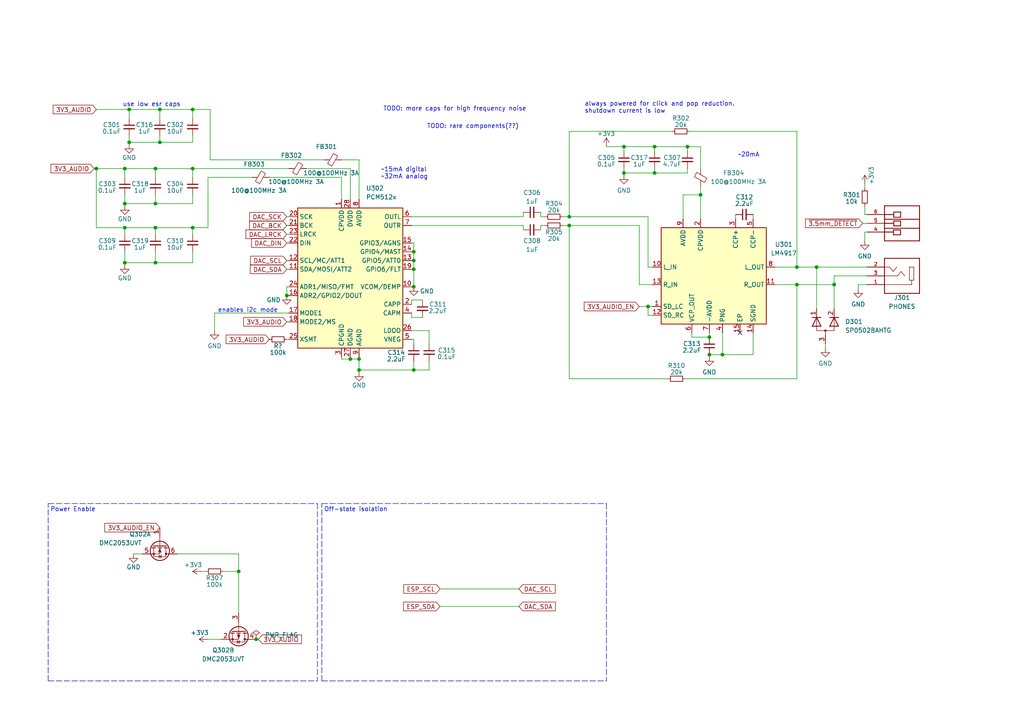
<source format=kicad_sch>
(kicad_sch (version 20211123) (generator eeschema)
  (paper "A4")
  (title_block (date "2022-09-04") (rev "1"))
  (lib_symbols
    (symbol "Audio:PCM5121PW"
      (property "Reference" "U" (at -13.97 21.59 0))
      (property "Value" "PCM5121PW" (at 10.16 21.59 0))
      (symbol "PCM5121PW_0_1"
        (rectangle (start -15.24 20.32) (end 15.24 -20.32) (stroke (width 0.254)) (fill (type background)))
      )
      (symbol "PCM5121PW_1_1"
        (pin power_in line (at -2.54 22.86 270) (length 2.54) (name "CPVDD") (number "1"))
        (pin bidirectional line (at 17.78 -2.54 180) (length 2.54) (name "VCOM/DEMP") (number "10"))
        (pin bidirectional line (at -17.78 2.54 0) (length 2.54) (name "SDA/MOSI/ATT2") (number "11"))
        (pin input line (at -17.78 5.08 0) (length 2.54) (name "SCL/MC/ATT1") (number "12"))
        (pin bidirectional line (at 17.78 5.08 180) (length 2.54) (name "GPIO5/ATT0") (number "13"))
        (pin bidirectional line (at 17.78 7.62 180) (length 2.54) (name "GPIO4/MAST") (number "14"))
        (pin bidirectional line (at 17.78 10.16 180) (length 2.54) (name "GPIO3/AGNS") (number "15"))
        (pin bidirectional line (at -17.78 -5.08 0) (length 2.54) (name "ADR2/GPIO2/DOUT") (number "16"))
        (pin input line (at -17.78 -10.16 0) (length 2.54) (name "MODE1") (number "17"))
        (pin input line (at -17.78 -12.7 0) (length 2.54) (name "MODE2/MS") (number "18"))
        (pin bidirectional line (at 17.78 2.54 180) (length 2.54) (name "GPIO6/FLT") (number "19"))
        (pin passive line (at 17.78 -7.62 180) (length 2.54) (name "CAPP") (number "2"))
        (pin input line (at -17.78 17.78 0) (length 2.54) (name "SCK") (number "20"))
        (pin bidirectional line (at -17.78 15.24 0) (length 2.54) (name "BCK") (number "21"))
        (pin input line (at -17.78 10.16 0) (length 2.54) (name "DIN") (number "22"))
        (pin bidirectional line (at -17.78 12.7 0) (length 2.54) (name "LRCK") (number "23"))
        (pin bidirectional line (at -17.78 -2.54 0) (length 2.54) (name "ADR1/MISO/FMT") (number "24"))
        (pin input line (at -17.78 -17.78 0) (length 2.54) (name "XSMT") (number "25"))
        (pin passive line (at 17.78 -15.24 180) (length 2.54) (name "LDOO") (number "26"))
        (pin power_in line (at 0 -22.86 90) (length 2.54) (name "DGND") (number "27"))
        (pin power_in line (at 0 22.86 270) (length 2.54) (name "DVDD") (number "28"))
        (pin power_in line (at -2.54 -22.86 90) (length 2.54) (name "CPGND") (number "3"))
        (pin passive line (at 17.78 -10.16 180) (length 2.54) (name "CAPM") (number "4"))
        (pin passive line (at 17.78 -17.78 180) (length 2.54) (name "VNEG") (number "5"))
        (pin output line (at 17.78 17.78 180) (length 2.54) (name "OUTL") (number "6"))
        (pin output line (at 17.78 15.24 180) (length 2.54) (name "OUTR") (number "7"))
        (pin power_in line (at 2.54 22.86 270) (length 2.54) (name "AVDD") (number "8"))
        (pin power_in line (at 2.54 -22.86 90) (length 2.54) (name "AGND") (number "9"))
      )
    )
    (symbol "Device:C_Small" (pin_numbers hide) (pin_names (offset 0.254) hide)
      (property "Reference" "C" (at 0.254 1.778 0))
      (property "Value" "C_Small" (at 0.254 -2.032 0))
      (symbol "C_Small_0_1"
        (polyline (pts (xy -1.524 -0.508) (xy 1.524 -0.508)) (stroke (width 0.3302)))
        (polyline (pts (xy -1.524 0.508) (xy 1.524 0.508)) (stroke (width 0.3048)))
      )
      (symbol "C_Small_1_1"
        (pin passive line (at 0 2.54 270) (length 2.032) (name "~") (number "1"))
        (pin passive line (at 0 -2.54 90) (length 2.032) (name "~") (number "2"))
      )
    )
    (symbol "Device:D_Dual_CommonAnode_KKA_Parallel" (pin_names (offset 0.762) hide)
      (property "Reference" "D" (at 0 5.08 0))
      (property "Value" "D_Dual_CommonAnode_KKA_Parallel" (at 0 -5.08 0))
      (symbol "D_Dual_CommonAnode_KKA_Parallel_0_0"
        (polyline (pts (xy 2.54 -3.81) (xy 2.54 -1.27)) (stroke (width 0.254)))
        (polyline (pts (xy 2.54 1.27) (xy 2.54 3.81)) (stroke (width 0.254)))
      )
      (symbol "D_Dual_CommonAnode_KKA_Parallel_0_1"
        (circle (center -1.27 0) (radius 0.254) (fill (type outline)))
        (polyline (pts (xy -1.27 0) (xy -2.54 0)))
        (polyline (pts (xy 2.54 2.54) (xy -1.27 2.54) (xy -1.27 -2.54) (xy 2.54 -2.54)))
        (polyline (pts (xy 0 -1.27) (xy 2.54 -2.54) (xy 0 -3.81) (xy 0 -1.27) (xy 0 -1.27) (xy 0 -1.27)) (stroke (width 0.254)))
        (polyline (pts (xy 0 3.81) (xy 2.54 2.54) (xy 0 1.27) (xy 0 3.81) (xy 0 3.81) (xy 0 3.81)) (stroke (width 0.254)))
        (pin passive line (at 5.08 2.54 180) (length 2.54) (name "K") (number "1"))
        (pin passive line (at 5.08 -2.54 180) (length 2.54) (name "K") (number "2"))
        (pin passive line (at -5.08 0 0) (length 2.54) (name "A") (number "3"))
      )
    )
    (symbol "Device:Ferrite_Bead_Small" (pin_numbers hide) (pin_names (offset 0))
      (property "Reference" "FB" (at 1.905 1.27 0))
      (property "Value" "Device_Ferrite_Bead_Small" (at 1.905 -1.27 0))
      (symbol "Ferrite_Bead_Small_0_1"
        (polyline (pts (xy 0 -1.27) (xy 0 -0.7874)))
        (polyline (pts (xy 0 0.889) (xy 0 1.2954)))
        (polyline (pts (xy -1.8288 0.2794) (xy -1.1176 1.4986) (xy 1.8288 -0.2032) (xy 1.1176 -1.4224) (xy -1.8288 0.2794)))
      )
      (symbol "Ferrite_Bead_Small_1_1"
        (pin passive line (at 0 2.54 270) (length 1.27) (name "~") (number "1"))
        (pin passive line (at 0 -2.54 90) (length 1.27) (name "~") (number "2"))
      )
    )
    (symbol "Device:R_Small" (pin_numbers hide) (pin_names (offset 0.254) hide)
      (property "Reference" "R" (at 0.762 0.508 0))
      (property "Value" "R_Small" (at 0.762 -1.016 0))
      (symbol "R_Small_0_1"
        (rectangle (start -0.762 1.778) (end 0.762 -1.778) (stroke (width 0.2032)))
      )
      (symbol "R_Small_1_1"
        (pin passive line (at 0 2.54 270) (length 0.762) (name "~") (number "1"))
        (pin passive line (at 0 -2.54 90) (length 0.762) (name "~") (number "2"))
      )
    )
    (symbol "Transistor_FET:DMC2053UVT" (pin_names hide)
      (property "Reference" "Q" (at 3.175 1.27 0))
      (property "Value" "DMC2053UVT" (at 3.175 -1.27 0))
      (symbol "DMC2053UVT_0_1"
        (circle (center -0.889 0) (radius 2.794) (stroke (width 0.254)))
        (circle (center 0 -1.778) (radius 0.254) (fill (type outline)))
        (polyline (pts (xy -2.286 0) (xy -5.08 0)))
        (polyline (pts (xy -2.286 1.905) (xy -2.286 -1.905)) (stroke (width 0.254)))
        (polyline (pts (xy -1.778 -1.27) (xy -1.778 -2.286)) (stroke (width 0.254)))
        (polyline (pts (xy -1.778 0.508) (xy -1.778 -0.508)) (stroke (width 0.254)))
        (polyline (pts (xy -1.778 2.286) (xy -1.778 1.27)) (stroke (width 0.254)))
        (polyline (pts (xy 0 2.54) (xy 0 1.778)))
        (polyline (pts (xy 0 -2.54) (xy 0 0) (xy -1.778 0)))
        (polyline (pts (xy -1.778 -1.778) (xy 0.762 -1.778) (xy 0.762 1.778) (xy -1.778 1.778)))
        (circle (center 0 1.778) (radius 0.254) (fill (type outline)))
      )
      (symbol "DMC2053UVT_1_1"
        (polyline (pts (xy -1.524 0) (xy -0.508 0.381) (xy -0.508 -0.381) (xy -1.524 0)) (fill (type outline)))
        (polyline (pts (xy 0.254 0.508) (xy 0.381 0.381) (xy 1.143 0.381) (xy 1.27 0.254)))
        (polyline (pts (xy 0.762 0.381) (xy 0.381 -0.254) (xy 1.143 -0.254) (xy 0.762 0.381)))
        (pin passive line (at -7.62 0 0) (length 2.54) (name "G") (number "1"))
        (pin passive line (at 0 -5.08 90) (length 2.54) (name "S") (number "5"))
        (pin passive line (at 0 5.08 270) (length 2.54) (name "D") (number "6"))
      )
      (symbol "DMC2053UVT_2_1"
        (polyline (pts (xy -0.254 0) (xy -1.27 0.381) (xy -1.27 -0.381) (xy -0.254 0)) (fill (type outline)))
        (polyline (pts (xy 0.254 -0.508) (xy 0.381 -0.381) (xy 1.143 -0.381) (xy 1.27 -0.254)))
        (polyline (pts (xy 0.762 -0.381) (xy 0.381 0.254) (xy 1.143 0.254) (xy 0.762 -0.381)))
        (pin passive line (at 0 -5.08 90) (length 2.54) (name "S") (number "2"))
        (pin passive line (at -7.62 0 0) (length 2.54) (name "G") (number "3"))
        (pin passive line (at 0 5.08 270) (length 2.54) (name "D") (number "4"))
      )
    )
    (symbol "power:+3V3" (power) (pin_names (offset 0))
      (property "Value" "+3V3" (at 0 3.556 0))
      (symbol "+3V3_0_1"
        (polyline (pts (xy -0.762 1.27) (xy 0 2.54)))
        (polyline (pts (xy 0 0) (xy 0 2.54)))
        (polyline (pts (xy 0 2.54) (xy 0.762 1.27)))
      )
      (symbol "+3V3_1_1"
        (pin power_in line (at 0 0 90) (length 0) hide (name "+3V3") (number "1"))
      )
    )
    (symbol "power:GND" (power) (pin_names (offset 0))
      (property "Value" "GND" (at 0 -3.81 0))
      (symbol "GND_0_1"
        (polyline (pts (xy 0 0) (xy 0 -1.27) (xy 1.27 -1.27) (xy 0 -2.54) (xy -1.27 -1.27) (xy 0 -1.27)))
      )
      (symbol "GND_1_1"
        (pin power_in line (at 0 0 270) (length 0) hide (name "GND") (number "1"))
      )
    )
    (symbol "power:PWR_FLAG" (power) (pin_numbers hide) (pin_names (offset 0) hide)
      (property "Value" "PWR_FLAG" (at 0 3.81 0))
      (symbol "PWR_FLAG_0_0"
        (pin power_out line (at 0 0 90) (length 0) (name "pwr") (number "1"))
      )
      (symbol "PWR_FLAG_0_1"
        (polyline (pts (xy 0 0) (xy 0 1.27) (xy -1.016 1.905) (xy 0 2.54) (xy 1.016 1.905) (xy 0 1.27)))
      )
    )
    (symbol "symbols:LM4917"
      (property "Reference" "U" (at 0 0 0))
      (property "Value" "LM4917" (at 0 0 0))
      (symbol "LM4917_0_0"
        (pin input line (at -17.78 -2.54 0) (length 2.54) (name "R_IN") (number "13"))
        (pin power_in line (at 11.43 -16.51 90) (length 2.54) (name "SGND") (number "14"))
        (pin power_in line (at 7.62 -16.51 90) (length 2.54) (name "EP") (number "15"))
        (pin passive line (at 6.35 16.51 270) (length 2.54) (name "CCP+") (number "3"))
      )
      (symbol "LM4917_0_1"
        (rectangle (start -15.24 13.97) (end 15.24 -13.97) (stroke (width 0.254)) (fill (type background)))
      )
      (symbol "LM4917_1_1"
        (pin input line (at -17.78 -8.89 0) (length 2.54) (name "SD_LC") (number "1"))
        (pin input line (at -17.78 2.54 0) (length 2.54) (name "L_IN") (number "10"))
        (pin output line (at 17.78 -2.54 180) (length 2.54) (name "R_OUT") (number "11"))
        (pin input line (at -17.78 -11.43 0) (length 2.54) (name "SD_RC") (number "12"))
        (pin power_in line (at -3.81 16.51 270) (length 2.54) (name "CPVDD") (number "2"))
        (pin power_in line (at 2.54 -16.51 90) (length 2.54) (name "PNG") (number "4"))
        (pin passive line (at 11.43 16.51 270) (length 2.54) (name "CCP-") (number "5"))
        (pin power_in line (at -6.35 -16.51 90) (length 2.54) (name "VCP_OUT") (number "6"))
        (pin power_in line (at -1.27 -16.51 90) (length 2.54) (name "-AVDD") (number "7"))
        (pin output line (at 17.78 2.54 180) (length 2.54) (name "L_OUT") (number "8"))
        (pin power_in line (at -8.89 16.51 270) (length 2.54) (name "AVDD") (number "9"))
      )
    )
    (symbol "symbols:SJ-3566AN" (pin_names (offset 1.016) hide)
      (property "Reference" "J301" (at 0 6.35 0))
      (property "Value" "PHONES" (at 0 8.89 0))
      (symbol "SJ-3566AN_0_0"
        (polyline (pts (xy -5.1054 -13.7922) (xy 5.0038 -13.7922)) (stroke (width 0.254)))
        (polyline (pts (xy -5.08 -20.32) (xy 5.08 -20.32)) (stroke (width 0.254)))
        (polyline (pts (xy -5.08 -10.16) (xy -5.08 -20.32)) (stroke (width 0.254)))
        (polyline (pts (xy -5.08 -5.08) (xy 5.08 -5.08)) (stroke (width 0.254)))
        (polyline (pts (xy -5.08 5.08) (xy -5.08 -5.08)) (stroke (width 0.254)))
        (polyline (pts (xy -3.429 -2.54) (xy -2.159 -2.54)) (stroke (width 0.1524)))
        (polyline (pts (xy -3.429 1.27) (xy -3.429 -2.54)) (stroke (width 0.1524)))
        (polyline (pts (xy -2.794 1.27) (xy -3.429 1.27)) (stroke (width 0.1524)))
        (polyline (pts (xy -2.794 1.27) (xy -2.794 2.54)) (stroke (width 0.1524)))
        (polyline (pts (xy -2.794 2.54) (xy 5.08 2.54)) (stroke (width 0.1524)))
        (polyline (pts (xy -2.159 -2.54) (xy -2.159 1.27)) (stroke (width 0.1524)))
        (polyline (pts (xy -2.159 1.27) (xy -2.794 1.27)) (stroke (width 0.1524)))
        (polyline (pts (xy 0.254 -1.27) (xy -0.762 0)) (stroke (width 0.1524)))
        (polyline (pts (xy 0.4064 -18.4912) (xy 0.4064 -16.9926)) (stroke (width 0.254)))
        (polyline (pts (xy 0.4064 -16.9926) (xy 2.3876 -16.9926)) (stroke (width 0.254)))
        (polyline (pts (xy 0.4064 -15.9004) (xy 0.4064 -14.5034)) (stroke (width 0.254)))
        (polyline (pts (xy 0.4064 -14.5034) (xy 2.3876 -14.5034)) (stroke (width 0.254)))
        (polyline (pts (xy 0.4064 -11.9126) (xy 0.4064 -13.3096)) (stroke (width 0.254)))
        (polyline (pts (xy 0.508 -13.3096) (xy 2.4892 -13.3096)) (stroke (width 0.254)))
        (polyline (pts (xy 1.27 0) (xy 0.254 -1.27)) (stroke (width 0.1524)))
        (polyline (pts (xy 1.524 -2.54) (xy 2.54 -1.27)) (stroke (width 0.1524)))
        (polyline (pts (xy 2.3876 -18.4912) (xy 0.4064 -18.4912)) (stroke (width 0.254)))
        (polyline (pts (xy 2.3876 -16.9926) (xy 2.3876 -18.4912)) (stroke (width 0.254)))
        (polyline (pts (xy 2.3876 -15.9004) (xy 0.4064 -15.9004)) (stroke (width 0.254)))
        (polyline (pts (xy 2.3876 -14.5034) (xy 2.3876 -15.9004)) (stroke (width 0.254)))
        (polyline (pts (xy 2.4892 -13.3096) (xy 2.4892 -11.9126)) (stroke (width 0.254)))
        (polyline (pts (xy 2.4892 -11.9126) (xy 0.508 -11.9126)) (stroke (width 0.254)))
        (polyline (pts (xy 2.54 -1.27) (xy 3.556 -2.54)) (stroke (width 0.1524)))
        (polyline (pts (xy 5.08 -20.32) (xy 5.08 -17.78)) (stroke (width 0.254)))
        (polyline (pts (xy 5.08 -17.78) (xy 2.54 -17.78)) (stroke (width 0.254)))
        (polyline (pts (xy 5.08 -17.78) (xy 5.08 -15.24)) (stroke (width 0.254)))
        (polyline (pts (xy 5.08 -15.24) (xy 2.54 -15.24)) (stroke (width 0.254)))
        (polyline (pts (xy 5.08 -15.24) (xy 5.08 -12.7)) (stroke (width 0.254)))
        (polyline (pts (xy 5.08 -12.7) (xy 2.54 -12.7)) (stroke (width 0.254)))
        (polyline (pts (xy 5.08 -12.7) (xy 5.08 -10.16)) (stroke (width 0.254)))
        (polyline (pts (xy 5.08 -10.16) (xy -5.08 -10.16)) (stroke (width 0.254)))
        (polyline (pts (xy 5.08 -5.08) (xy 5.08 -2.54)) (stroke (width 0.254)))
        (polyline (pts (xy 5.08 -2.54) (xy 3.556 -2.54)) (stroke (width 0.1524)))
        (polyline (pts (xy 5.08 -2.54) (xy 5.08 0)) (stroke (width 0.254)))
        (polyline (pts (xy 5.08 0) (xy 1.27 0)) (stroke (width 0.1524)))
        (polyline (pts (xy 5.08 0) (xy 5.08 2.54)) (stroke (width 0.254)))
        (polyline (pts (xy 5.08 2.54) (xy 5.08 5.08)) (stroke (width 0.254)))
        (polyline (pts (xy 5.08 5.08) (xy -5.08 5.08)) (stroke (width 0.254)))
        (polyline (pts (xy 5.1054 -16.4084) (xy -5.1054 -16.4084)) (stroke (width 0.254)))
        (pin passive line (at 10.16 2.54 180) (length 5.08) (name "~") (number "1"))
        (pin passive line (at 10.16 -2.54 180) (length 5.08) (name "~") (number "2"))
        (pin passive line (at 10.16 0 180) (length 5.08) (name "~") (number "3"))
        (pin passive line (at 10.16 -12.7 180) (length 5.08) (name "~") (number "4"))
        (pin passive line (at 10.16 -15.24 180) (length 5.08) (name "~") (number "5"))
        (pin passive line (at 10.16 -17.78 180) (length 5.08) (name "~") (number "6"))
      )
    )
  )
  (junction (at 120.015 83.185))
  (junction (at 55.88 66.04))
  (junction (at 120.015 75.565))
  (junction (at 120.015 73.025))
  (junction (at 189.865 42.545))
  (junction (at 205.74 102.87))
  (junction (at 199.39 42.545))
  (junction (at 27.94 48.895))
  (junction (at 104.14 107.315))
  (junction (at 74.295 185.42))
  (junction (at 189.865 50.165))
  (junction (at 45.085 48.895))
  (junction (at 55.88 31.75))
  (junction (at 101.6 104.14))
  (junction (at 241.935 82.55))
  (junction (at 187.96 88.9))
  (junction (at 231.14 82.55))
  (junction (at 45.085 76.2))
  (junction (at 180.975 42.545))
  (junction (at 36.195 66.04))
  (junction (at 203.2 56.515))
  (junction (at 69.215 165.735))
  (junction (at 45.085 59.055))
  (junction (at 209.55 102.87))
  (junction (at 104.14 104.14))
  (junction (at 205.74 97.79))
  (junction (at 36.195 48.895))
  (junction (at 120.015 78.105))
  (junction (at 120.015 107.315))
  (junction (at 165.1 65.405))
  (junction (at 37.465 31.75))
  (junction (at 236.855 77.47))
  (junction (at 37.465 41.275))
  (junction (at 36.195 76.2))
  (junction (at 46.355 41.275))
  (junction (at 55.88 48.895))
  (junction (at 46.355 31.75))
  (junction (at 83.185 85.725))
  (junction (at 180.975 50.165))
  (junction (at 165.1 62.865))
  (junction (at 231.14 77.47))
  (junction (at 36.195 59.055))
  (junction (at 45.085 66.04))
  (no_connect (at -332.105 50.165))
  (no_connect (at 214.63 96.52))
  (no_connect (at 229.87 256.54))
  (polyline (pts (xy 13.97 197.485) (xy 13.97 146.05)))
  (wire (pts (xy 250.825 67.31) (xy 250.825 69.85)))
  (wire (pts (xy 38.735 160.655) (xy 41.275 160.655)))
  (wire (pts (xy 45.085 56.515) (xy 45.085 59.055)))
  (wire (pts (xy 187.96 62.865) (xy 187.96 77.47)))
  (wire (pts (xy 156.845 65.405) (xy 156.845 66.675)))
  (wire (pts (xy 119.38 86.995) (xy 119.38 88.265)))
  (wire (pts (xy 119.38 75.565) (xy 120.015 75.565)))
  (wire (pts (xy 55.88 39.37) (xy 55.88 41.275)))
  (wire (pts (xy 251.46 62.23) (xy 250.825 62.23)))
  (wire (pts (xy 101.6 104.14) (xy 104.14 104.14)))
  (wire (pts (xy 36.195 59.055) (xy 36.195 59.69)))
  (wire (pts (xy 251.46 67.31) (xy 250.825 67.31)))
  (wire (pts (xy 158.115 62.865) (xy 156.845 62.865)))
  (wire (pts (xy 231.14 82.55) (xy 231.14 109.855)))
  (wire (pts (xy 156.845 62.865) (xy 156.845 61.595)))
  (wire (pts (xy 151.765 65.405) (xy 151.765 66.675)))
  (wire (pts (xy 231.14 109.855) (xy 198.755 109.855)))
  (wire (pts (xy 213.36 62.23) (xy 213.36 63.5)))
  (wire (pts (xy 224.79 82.55) (xy 231.14 82.55)))
  (wire (pts (xy 36.195 59.055) (xy 45.085 59.055)))
  (wire (pts (xy 36.195 51.435) (xy 36.195 48.895)))
  (wire (pts (xy 37.465 31.75) (xy 46.355 31.75)))
  (polyline (pts (xy 93.345 197.485) (xy 175.895 197.485)))
  (polyline (pts (xy 13.97 197.485) (xy 92.075 197.485)))
  (wire (pts (xy 45.085 48.895) (xy 55.88 48.895)))
  (wire (pts (xy 251.46 82.55) (xy 248.92 82.55)))
  (wire (pts (xy 180.975 50.165) (xy 180.975 50.8)))
  (wire (pts (xy 60.96 31.75) (xy 60.96 46.355)))
  (wire (pts (xy 124.46 107.315) (xy 120.015 107.315)))
  (wire (pts (xy 119.38 95.885) (xy 124.46 95.885)))
  (wire (pts (xy 165.1 38.1) (xy 194.945 38.1)))
  (wire (pts (xy 180.975 42.545) (xy 180.975 43.815)))
  (wire (pts (xy 199.39 42.545) (xy 203.2 42.545)))
  (wire (pts (xy 203.2 53.975) (xy 203.2 56.515)))
  (wire (pts (xy 27.94 31.75) (xy 37.465 31.75)))
  (wire (pts (xy 104.14 57.785) (xy 104.14 46.355)))
  (wire (pts (xy 119.38 62.865) (xy 151.765 62.865)))
  (wire (pts (xy 189.865 42.545) (xy 189.865 43.815)))
  (wire (pts (xy 45.085 48.895) (xy 45.085 51.435)))
  (wire (pts (xy 83.185 93.345) (xy 83.82 93.345)))
  (wire (pts (xy 236.855 77.47) (xy 236.855 89.535)))
  (wire (pts (xy 189.865 48.895) (xy 189.865 50.165)))
  (wire (pts (xy 37.465 41.275) (xy 46.355 41.275)))
  (wire (pts (xy 218.44 96.52) (xy 218.44 102.87)))
  (wire (pts (xy 185.42 65.405) (xy 165.1 65.405)))
  (wire (pts (xy 83.185 62.865) (xy 83.82 62.865)))
  (wire (pts (xy 99.06 104.14) (xy 101.6 104.14)))
  (wire (pts (xy 45.085 66.04) (xy 45.085 67.945)))
  (wire (pts (xy 120.015 70.485) (xy 120.015 73.025)))
  (wire (pts (xy 241.935 82.55) (xy 241.935 80.01)))
  (wire (pts (xy 27.305 48.895) (xy 27.94 48.895)))
  (wire (pts (xy 83.82 48.895) (xy 55.88 48.895)))
  (wire (pts (xy 187.96 88.9) (xy 187.96 91.44)))
  (polyline (pts (xy 13.97 146.05) (xy 92.075 146.05)))
  (wire (pts (xy 83.185 83.185) (xy 83.185 85.725)))
  (wire (pts (xy 55.88 56.515) (xy 55.88 59.055)))
  (wire (pts (xy 45.085 73.025) (xy 45.085 76.2)))
  (wire (pts (xy 122.555 92.075) (xy 119.38 92.075)))
  (wire (pts (xy 165.1 62.865) (xy 163.195 62.865)))
  (wire (pts (xy 119.38 73.025) (xy 120.015 73.025)))
  (polyline (pts (xy 92.075 146.05) (xy 92.075 197.485)))
  (wire (pts (xy 46.355 31.75) (xy 55.88 31.75)))
  (wire (pts (xy 158.115 65.405) (xy 156.845 65.405)))
  (wire (pts (xy 185.42 65.405) (xy 185.42 82.55)))
  (wire (pts (xy 124.46 104.775) (xy 124.46 107.315)))
  (wire (pts (xy 46.355 31.75) (xy 46.355 34.29)))
  (wire (pts (xy 64.77 165.735) (xy 69.215 165.735)))
  (wire (pts (xy 83.185 83.185) (xy 83.82 83.185)))
  (wire (pts (xy 175.895 42.545) (xy 180.975 42.545)))
  (wire (pts (xy 120.015 78.105) (xy 120.015 83.185)))
  (wire (pts (xy 55.88 73.025) (xy 55.88 76.2)))
  (wire (pts (xy 36.195 73.025) (xy 36.195 76.2)))
  (polyline (pts (xy 175.895 146.05) (xy 175.895 197.485)))
  (wire (pts (xy 27.94 48.895) (xy 27.94 66.04)))
  (wire (pts (xy 55.88 67.945) (xy 55.88 66.04)))
  (wire (pts (xy 189.865 42.545) (xy 199.39 42.545)))
  (wire (pts (xy 55.88 34.29) (xy 55.88 31.75)))
  (wire (pts (xy 250.825 53.34) (xy 250.825 54.61)))
  (wire (pts (xy 74.93 185.42) (xy 74.295 185.42)))
  (wire (pts (xy 199.39 50.165) (xy 199.39 48.895)))
  (wire (pts (xy 120.015 104.775) (xy 120.015 107.315)))
  (wire (pts (xy 45.085 59.055) (xy 55.88 59.055)))
  (wire (pts (xy 119.38 98.425) (xy 120.015 98.425)))
  (wire (pts (xy 165.1 62.865) (xy 165.1 38.1)))
  (wire (pts (xy 37.465 34.29) (xy 37.465 31.75)))
  (wire (pts (xy 165.1 109.855) (xy 165.1 65.405)))
  (wire (pts (xy 231.14 82.55) (xy 241.935 82.55)))
  (wire (pts (xy 236.855 77.47) (xy 251.46 77.47)))
  (wire (pts (xy 55.88 51.435) (xy 55.88 48.895)))
  (wire (pts (xy 209.55 102.87) (xy 205.74 102.87)))
  (wire (pts (xy 36.195 76.2) (xy 36.195 76.835)))
  (wire (pts (xy 224.79 77.47) (xy 231.14 77.47)))
  (wire (pts (xy 203.2 42.545) (xy 203.2 48.895)))
  (wire (pts (xy 239.395 100.965) (xy 239.395 99.695)))
  (wire (pts (xy 36.195 56.515) (xy 36.195 59.055)))
  (wire (pts (xy 165.1 65.405) (xy 163.195 65.405)))
  (wire (pts (xy 180.975 50.165) (xy 189.865 50.165)))
  (polyline (pts (xy 93.345 197.485) (xy 93.345 146.05)))
  (wire (pts (xy 58.42 165.735) (xy 59.69 165.735)))
  (wire (pts (xy 83.185 67.945) (xy 83.82 67.945)))
  (wire (pts (xy 60.325 66.04) (xy 60.325 51.435)))
  (wire (pts (xy 241.935 82.55) (xy 241.935 89.535)))
  (wire (pts (xy 120.015 107.315) (xy 104.14 107.315)))
  (wire (pts (xy 62.23 90.805) (xy 62.23 95.885)))
  (wire (pts (xy 187.96 91.44) (xy 189.23 91.44)))
  (wire (pts (xy 248.92 82.55) (xy 248.92 83.82)))
  (wire (pts (xy 119.38 92.075) (xy 119.38 90.805)))
  (wire (pts (xy 36.195 66.04) (xy 45.085 66.04)))
  (wire (pts (xy 83.185 78.105) (xy 83.82 78.105)))
  (wire (pts (xy 45.085 66.04) (xy 55.88 66.04)))
  (wire (pts (xy 200.66 96.52) (xy 200.66 97.79)))
  (wire (pts (xy 205.74 103.505) (xy 205.74 102.87)))
  (wire (pts (xy 46.355 39.37) (xy 46.355 41.275)))
  (wire (pts (xy 120.015 83.185) (xy 119.38 83.185)))
  (wire (pts (xy 83.185 98.425) (xy 83.82 98.425)))
  (wire (pts (xy 198.12 63.5) (xy 198.12 56.515)))
  (wire (pts (xy 218.44 62.23) (xy 218.44 63.5)))
  (wire (pts (xy 120.015 75.565) (xy 120.015 78.105)))
  (wire (pts (xy 231.14 77.47) (xy 236.855 77.47)))
  (wire (pts (xy 101.6 57.785) (xy 101.6 48.895)))
  (wire (pts (xy 99.06 51.435) (xy 99.06 57.785)))
  (wire (pts (xy 62.23 90.805) (xy 83.82 90.805)))
  (wire (pts (xy 209.55 96.52) (xy 209.55 102.87)))
  (wire (pts (xy 60.325 51.435) (xy 73.025 51.435)))
  (wire (pts (xy 36.195 67.945) (xy 36.195 66.04)))
  (wire (pts (xy 51.435 160.655) (xy 69.215 160.655)))
  (wire (pts (xy 55.88 66.04) (xy 60.325 66.04)))
  (wire (pts (xy 209.55 102.87) (xy 218.44 102.87)))
  (wire (pts (xy 198.12 56.515) (xy 203.2 56.515)))
  (wire (pts (xy 187.96 88.9) (xy 189.23 88.9)))
  (wire (pts (xy 231.14 38.1) (xy 231.14 77.47)))
  (wire (pts (xy 78.105 51.435) (xy 99.06 51.435)))
  (wire (pts (xy 200.025 38.1) (xy 231.14 38.1)))
  (wire (pts (xy 250.19 64.77) (xy 251.46 64.77)))
  (wire (pts (xy 205.74 97.79) (xy 205.74 96.52)))
  (wire (pts (xy 104.14 104.14) (xy 104.14 107.315)))
  (wire (pts (xy 120.015 98.425) (xy 120.015 99.695)))
  (wire (pts (xy 36.195 76.2) (xy 45.085 76.2)))
  (wire (pts (xy 99.06 46.355) (xy 104.14 46.355)))
  (polyline (pts (xy 93.345 146.05) (xy 175.895 146.05)))
  (wire (pts (xy 120.015 73.025) (xy 120.015 75.565)))
  (wire (pts (xy 83.185 75.565) (xy 83.82 75.565)))
  (wire (pts (xy 36.195 66.04) (xy 27.94 66.04)))
  (wire (pts (xy 69.215 160.655) (xy 69.215 165.735)))
  (wire (pts (xy 101.6 103.505) (xy 101.6 104.14)))
  (wire (pts (xy 119.38 70.485) (xy 120.015 70.485)))
  (wire (pts (xy 189.23 82.55) (xy 185.42 82.55)))
  (wire (pts (xy 187.96 77.47) (xy 189.23 77.47)))
  (wire (pts (xy 60.325 185.42) (xy 64.135 185.42)))
  (wire (pts (xy 199.39 42.545) (xy 199.39 43.815)))
  (wire (pts (xy 55.88 31.75) (xy 60.96 31.75)))
  (wire (pts (xy 124.46 99.695) (xy 124.46 95.885)))
  (wire (pts (xy 37.465 41.275) (xy 37.465 41.91)))
  (wire (pts (xy 36.195 48.895) (xy 45.085 48.895)))
  (wire (pts (xy 83.185 85.725) (xy 83.82 85.725)))
  (wire (pts (xy 187.96 62.865) (xy 165.1 62.865)))
  (wire (pts (xy 119.38 78.105) (xy 120.015 78.105)))
  (wire (pts (xy 180.975 42.545) (xy 189.865 42.545)))
  (wire (pts (xy 60.96 46.355) (xy 93.98 46.355)))
  (wire (pts (xy 180.975 48.895) (xy 180.975 50.165)))
  (wire (pts (xy 203.2 56.515) (xy 203.2 63.5)))
  (wire (pts (xy 104.14 103.505) (xy 104.14 104.14)))
  (wire (pts (xy 119.38 65.405) (xy 151.765 65.405)))
  (wire (pts (xy 99.06 103.505) (xy 99.06 104.14)))
  (wire (pts (xy 101.6 48.895) (xy 88.9 48.895)))
  (wire (pts (xy 200.66 97.79) (xy 205.74 97.79)))
  (wire (pts (xy 241.935 80.01) (xy 251.46 80.01)))
  (wire (pts (xy 189.865 50.165) (xy 199.39 50.165)))
  (wire (pts (xy 83.185 65.405) (xy 83.82 65.405)))
  (wire (pts (xy 122.555 86.995) (xy 119.38 86.995)))
  (wire (pts (xy 151.765 62.865) (xy 151.765 61.595)))
  (wire (pts (xy 104.14 107.315) (xy 104.14 107.95)))
  (wire (pts (xy 69.215 165.735) (xy 69.215 177.8)))
  (wire (pts (xy 250.825 62.23) (xy 250.825 59.69)))
  (wire (pts (xy 37.465 39.37) (xy 37.465 41.275)))
  (wire (pts (xy 127.635 175.895) (xy 150.495 175.895)))
  (wire (pts (xy 193.675 109.855) (xy 165.1 109.855)))
  (wire (pts (xy 185.42 88.9) (xy 187.96 88.9)))
  (wire (pts (xy 83.185 70.485) (xy 83.82 70.485)))
  (wire (pts (xy 46.355 41.275) (xy 55.88 41.275)))
  (wire (pts (xy 127.635 170.815) (xy 150.495 170.815)))
  (wire (pts (xy 27.94 48.895) (xy 36.195 48.895)))
  (wire (pts (xy 45.085 76.2) (xy 55.88 76.2)))
  (text "~20mA" (at 213.995 45.72 0) (effects (font (size 1.27 1.27)) (justify left bottom)))
  (text "always powered for click and pop reduction.\nshutdown current is low" (at 169.545 33.02 0) (effects (font (size 1.27 1.27)) (justify left bottom)))
  (text "Power Enable" (at 14.605 148.59 0) (effects (font (size 1.27 1.27)) (justify left bottom)))
  (text "~15mA digital\n~32mA analog" (at 110.49 52.07 0) (effects (font (size 1.27 1.27)) (justify left bottom)))
  (text "TODO: more caps for high frequency noise" (at 111.125 32.385 0) (effects (font (size 1.27 1.27)) (justify left bottom)))
  (text "use low esr caps" (at 35.56 31.115 0) (effects (font (size 1.27 1.27)) (justify left bottom)))
  (text "Off-state isolation" (at 93.98 148.59 0) (effects (font (size 1.27 1.27)) (justify left bottom)))
  (text "enables i2c mode" (at 80.645 90.805 180) (effects (font (size 1.27 1.27)) (justify right bottom)))
  (text "TODO: rare components(??)" (at 123.825 37.465 0) (effects (font (size 1.27 1.27)) (justify left bottom)))
  (global_label "3V3_AUDIO_EN" (shape input) (at 185.42 88.9 180) (property "Intersheet References" "${INTERSHEET_REFS}" (effects hide)))
  (global_label "DAC_SDA" (shape input) (at 150.495 175.895 0) (property "Intersheet References" "${INTERSHEET_REFS}" (effects hide)))
  (global_label "3V3_AUDIO" (shape input) (at 83.185 93.345 180) (property "Intersheet References" "${INTERSHEET_REFS}" (effects hide)))
  (global_label "DAC_SCL" (shape input) (at 83.185 75.565 180) (property "Intersheet References" "${INTERSHEET_REFS}" (effects hide)))
  (global_label "ESP_SDA" (shape input) (at 127.635 175.895 180) (property "Intersheet References" "${INTERSHEET_REFS}" (effects hide)))
  (global_label "3V3_AUDIO" (shape input) (at 78.105 98.425 180) (property "Intersheet References" "${INTERSHEET_REFS}" (effects hide)))
  (global_label "DAC_DIN" (shape input) (at 83.185 70.485 180) (property "Intersheet References" "${INTERSHEET_REFS}" (effects hide)))
  (global_label "DAC_BCK" (shape input) (at 83.185 65.405 180) (property "Intersheet References" "${INTERSHEET_REFS}" (effects hide)))
  (global_label "3V3_AUDIO" (shape input) (at 74.93 185.42 0) (property "Intersheet References" "${INTERSHEET_REFS}" (effects hide)))
  (global_label "DAC_SDA" (shape input) (at 83.185 78.105 180) (property "Intersheet References" "${INTERSHEET_REFS}" (effects hide)))
  (global_label "3V3_AUDIO" (shape input) (at 27.94 31.75 180) (property "Intersheet References" "${INTERSHEET_REFS}" (effects hide)))
  (global_label "DAC_SCL" (shape input) (at 150.495 170.815 0) (property "Intersheet References" "${INTERSHEET_REFS}" (effects hide)))
  (global_label "DAC_LRCK" (shape input) (at 83.185 67.945 180) (property "Intersheet References" "${INTERSHEET_REFS}" (effects hide)))
  (global_label "ESP_SCL" (shape input) (at 127.635 170.815 180) (property "Intersheet References" "${INTERSHEET_REFS}" (effects hide)))
  (global_label "DAC_SCK" (shape input) (at 83.185 62.865 180) (property "Intersheet References" "${INTERSHEET_REFS}" (effects hide)))
  (global_label "3V3_AUDIO" (shape input) (at 27.305 48.895 180) (property "Intersheet References" "${INTERSHEET_REFS}" (effects hide)))
  (global_label "3V3_AUDIO_EN" (shape input) (at 46.355 153.035 180) (property "Intersheet References" "${INTERSHEET_REFS}" (effects hide)))
  (global_label "~{3.5mm_DETECT}" (shape input) (at 250.19 64.77 180) (property "Intersheet References" "${INTERSHEET_REFS}" (effects hide)))
  (symbol (lib_id "power:PWR_FLAG") (at 74.295 185.42 0) (unit 1)
    (property "Reference" "#FLG0105" (effects hide))
    (property "Value" "PWR_FLAG" (at 76.835 184.1499 0) (effects (justify left)))
  )
  (symbol (lib_id "Device:C_Small") (at 55.88 36.83 0) (unit 1)
    (property "Reference" "C302" (at 50.8 36.195 0))
    (property "Value" "10uF" (at 50.8 38.1 0))
    (property "Footprint" "Capacitor_SMD:C_0805_2012Metric" (effects hide))
    (property "PN" "EMK212ABJ106KG-T" (effects hide))
  )
  (symbol (lib_id "power:GND") (at 104.14 107.95 0) (unit 1)
    (property "Reference" "#PWR0313" (effects hide))
    (property "Value" "GND" (at 104.14 111.76 0))
  )
  (symbol (lib_id "power:GND") (at 83.185 85.725 0) (unit 1)
    (property "Reference" "#PWR0310" (effects hide))
    (property "Value" "GND" (at 79.375 86.995 0))
  )
  (symbol (lib_id "Device:C_Small") (at 55.88 70.485 0) (unit 1)
    (property "Reference" "C310" (at 50.8 69.85 0))
    (property "Value" "10uF" (at 50.8 71.755 0))
    (property "Footprint" "Capacitor_SMD:C_0805_2012Metric" (effects hide))
    (property "PN" "EMK212ABJ106KG-T" (effects hide))
  )
  (symbol (lib_id "Device:C_Small") (at 124.46 102.235 0) (unit 1)
    (property "Reference" "C315" (at 129.54 101.6 0))
    (property "Value" "0.1uF" (at 129.54 103.505 0))
    (property "Footprint" "Capacitor_SMD:C_0805_2012Metric" (effects hide))
    (property "PN" "0805YD104KAT2A" (effects hide))
  )
  (symbol (lib_id "Device:C_Small") (at 122.555 89.535 0) (unit 1)
    (property "Reference" "C311" (at 127 88.265 0))
    (property "Value" "2.2uF" (at 127 90.17 0))
    (property "Footprint" "Capacitor_SMD:C_0603_1608Metric" (effects hide))
    (property "PN" "EMK107ABJ225KA8T" (effects hide))
  )
  (symbol (lib_id "Device:R_Small") (at 196.215 109.855 90) (unit 1)
    (property "Reference" "R310" (at 196.215 106.045 90))
    (property "Value" "20k" (at 196.215 107.95 90))
    (property "Footprint" "Resistor_SMD:R_0603_1608Metric" (effects hide))
    (property "PN" "AC0603FR-0720KL" (effects hide))
  )
  (symbol (lib_id "power:GND") (at 38.735 160.655 0) (unit 1)
    (property "Reference" "#PWR0309" (effects hide))
    (property "Value" "GND" (at 38.735 164.465 0))
  )
  (symbol (lib_id "power:+3V3") (at 58.42 165.735 90) (unit 1)
    (property "Reference" "#PWR0314" (effects hide))
    (property "Value" "+3V3" (at 53.34 163.83 90) (effects (justify right)))
  )
  (symbol (lib_id "Device:R_Small") (at 160.655 62.865 90) (unit 1)
    (property "Reference" "R304" (at 160.655 59.055 90))
    (property "Value" "20k" (at 160.655 60.96 90))
    (property "Footprint" "Resistor_SMD:R_0603_1608Metric" (effects hide))
    (property "PN" "AC0603FR-0720KL" (effects hide))
  )
  (symbol (lib_id "power:GND") (at 36.195 76.835 0) (unit 1)
    (property "Reference" "#PWR0306" (effects hide))
    (property "Value" "GND" (at 36.195 80.645 0))
  )
  (symbol (lib_id "Device:Ferrite_Bead_Small") (at 75.565 51.435 90) (unit 1)
    (property "Reference" "FB303" (at 76.835 47.625 90) (effects (justify left)))
    (property "Value" "100@100MHz 3A" (at 83.185 55.245 90) (effects (justify left)))
    (property "Footprint" "Inductor_SMD:L_0603_1608Metric" (effects hide))
    (property "PN" "BLM18KG101TN1D" (effects hide))
  )
  (symbol (lib_id "Device:C_Small") (at 120.015 102.235 0) (unit 1)
    (property "Reference" "C314" (at 114.935 102.235 0))
    (property "Value" "2.2uF" (at 114.935 104.14 0))
    (property "Footprint" "Capacitor_SMD:C_0603_1608Metric" (effects hide))
    (property "PN" "EMK107ABJ225KA8T" (effects hide))
  )
  (symbol (lib_id "Device:C_Small") (at 55.88 53.975 0) (unit 1)
    (property "Reference" "C304" (at 50.8 53.34 0))
    (property "Value" "10uF" (at 50.8 55.245 0))
    (property "Footprint" "Capacitor_SMD:C_0805_2012Metric" (effects hide))
    (property "PN" "EMK212ABJ106KG-T" (effects hide))
  )
  (symbol (lib_id "power:GND") (at 62.23 95.885 0) (unit 1)
    (property "Reference" "#PWR0311" (effects hide))
    (property "Value" "GND" (at 62.23 100.33 0))
  )
  (symbol (lib_id "Device:C_Small") (at 45.085 53.975 0) (unit 1)
    (property "Reference" "C318" (at 40.64 53.34 0))
    (property "Value" "1uF" (at 40.64 55.245 0))
    (property "Footprint" "Capacitor_SMD:C_0805_2012Metric" (effects hide))
    (property "PN" "EMK212BJ105KG-T" (effects hide))
  )
  (symbol (lib_id "power:GND") (at 248.92 83.82 0) (unit 1)
    (property "Reference" "#PWR0308" (effects hide))
    (property "Value" "GND" (at 248.92 88.265 0))
  )
  (symbol (lib_id "power:+3V3") (at 175.895 42.545 0) (unit 1)
    (property "Reference" "#PWR0318" (effects hide))
    (property "Value" "+3V3" (at 178.435 38.735 0) (effects (justify right)))
  )
  (symbol (lib_id "Device:C_Small") (at 46.355 36.83 0) (unit 1)
    (property "Reference" "C316" (at 41.91 36.195 0))
    (property "Value" "1uF" (at 41.91 38.1 0))
    (property "Footprint" "Capacitor_SMD:C_0805_2012Metric" (effects hide))
    (property "PN" "EMK212BJ105KG-T" (effects hide))
  )
  (symbol (lib_id "power:GND") (at 37.465 41.91 0) (unit 1)
    (property "Reference" "#PWR0301" (effects hide))
    (property "Value" "GND" (at 37.465 45.72 0))
  )
  (symbol (lib_id "power:GND") (at 239.395 100.965 0) (unit 1)
    (property "Reference" "#PWR0319" (effects hide))
    (property "Value" "GND" (at 239.395 105.41 0))
  )
  (symbol (lib_id "power:GND") (at 120.015 83.185 0) (unit 1)
    (property "Reference" "#PWR0307" (effects hide))
    (property "Value" "GND" (at 123.825 84.455 0))
  )
  (symbol (lib_id "Device:C_Small") (at 199.39 46.355 0) (unit 1)
    (property "Reference" "C307" (at 194.945 45.72 0))
    (property "Value" "4.7uF" (at 194.945 47.625 0))
    (property "Footprint" "Capacitor_SMD:C_0805_2012Metric" (effects hide))
    (property "PN" "EMK212BJ475KD-T" (effects hide))
  )
  (symbol (lib_id "Device:C_Small") (at 180.975 46.355 0) (unit 1)
    (property "Reference" "C305" (at 175.895 45.72 0))
    (property "Value" "0.1uF" (at 175.895 47.625 0))
    (property "Footprint" "Capacitor_SMD:C_0805_2012Metric" (effects hide))
    (property "PN" "0805YD104KAT2A" (effects hide))
  )
  (symbol (lib_id "Device:C_Small") (at 215.9 62.23 90) (unit 1)
    (property "Reference" "C312" (at 215.9 57.15 90))
    (property "Value" "2.2uF" (at 215.9 59.055 90))
    (property "Footprint" "Capacitor_SMD:C_0603_1608Metric" (effects hide))
    (property "PN" "EMK107ABJ225KA8T" (effects hide))
  )
  (symbol (lib_id "Device:Ferrite_Bead_Small") (at 203.2 51.435 180) (unit 1)
    (property "Reference" "FB304" (at 215.9 50.165 0) (effects (justify left)))
    (property "Value" "100@100MHz 3A" (at 222.25 52.705 0) (effects (justify left)))
    (property "Footprint" "Inductor_SMD:L_0603_1608Metric" (effects hide))
    (property "PN" "BLM18KG101TN1D" (effects hide))
  )
  (symbol (lib_id "power:+3V3") (at 250.825 53.34 0) (unit 1)
    (property "Reference" "#PWR0302" (effects hide))
    (property "Value" "+3V3" (at 252.73 48.26 90) (effects (justify right)))
  )
  (symbol (lib_id "power:GND") (at 250.825 69.85 0) (unit 1)
    (property "Reference" "#PWR0305" (effects hide))
    (property "Value" "GND" (at 250.825 74.295 0))
  )
  (symbol (lib_id "Transistor_FET:DMC2053UVT") (at 69.215 185.42 270) (unit 2)
    (property "Reference" "Q302" (at 64.77 188.595 90))
    (property "Value" "DMC2053UVT" (at 64.77 191.135 90))
    (property "Footprint" "Package_TO_SOT_SMD:TSOT-23-6" (effects hide))
    (property "PN" "DMC2053UVT" (effects hide))
  )
  (symbol (lib_id "Transistor_FET:DMC2053UVT") (at 46.355 160.655 270) (unit 1)
    (property "Reference" "Q302" (at 40.64 154.94 90))
    (property "Value" "DMC2053UVT" (at 34.925 157.48 90))
    (property "Footprint" "Package_TO_SOT_SMD:TSOT-23-6" (effects hide))
    (property "PN" "DMC2053UVT" (effects hide))
  )
  (symbol (lib_id "power:GND") (at 205.74 103.505 0) (unit 1)
    (property "Reference" "#PWR0122" (effects hide))
    (property "Value" "GND" (at 205.74 107.95 0))
  )
  (symbol (lib_id "Device:R_Small") (at 250.825 57.15 180) (unit 1)
    (property "Reference" "R301" (at 247.015 56.515 0))
    (property "Value" "10k" (at 247.015 58.42 0))
    (property "Footprint" "Resistor_SMD:R_0603_1608Metric" (effects hide))
    (property "PN" "AC0603JR-0710KL" (effects hide))
  )
  (symbol (lib_id "symbols:SJ-3566AN") (at 261.62 80.01 180) (unit 1)
    (property "Reference" "J301" (at 261.62 86.36 0))
    (property "Value" "PHONES" (at 261.62 88.9 0))
    (property "Footprint" "footprints:CUI_SJ-3566AN" (effects hide))
    (property "PN" "SJ-3566AN" (effects hide))
  )
  (symbol (lib_id "power:GND") (at 180.975 50.8 0) (unit 1)
    (property "Reference" "#PWR0123" (effects hide))
    (property "Value" "GND" (at 180.975 55.245 0))
  )
  (symbol (lib_id "Device:C_Small") (at 154.305 66.675 90) (unit 1)
    (property "Reference" "C308" (at 154.305 69.85 90))
    (property "Value" "1uF" (at 154.305 72.39 90))
    (property "Footprint" "Diode_SMD:D_1206_3216Metric" (effects hide))
    (property "PN" "T491A105M016AT" (effects hide))
  )
  (symbol (lib_id "Device:Ferrite_Bead_Small") (at 86.36 48.895 90) (unit 1)
    (property "Reference" "FB302" (at 87.63 45.085 90) (effects (justify left)))
    (property "Value" "100@100MHz 3A" (at 93.98 52.705 90) (effects (justify left)))
    (property "Footprint" "Inductor_SMD:L_0603_1608Metric" (effects hide))
    (property "PN" "BLM18KG101TN1D" (effects hide))
  )
  (symbol (lib_id "power:GND") (at 36.195 59.69 0) (unit 1)
    (property "Reference" "#PWR0304" (effects hide))
    (property "Value" "GND" (at 36.195 63.5 0))
  )
  (symbol (lib_id "Device:C_Small") (at 36.195 70.485 0) (unit 1)
    (property "Reference" "C309" (at 31.115 69.85 0))
    (property "Value" "0.1uF" (at 31.115 71.755 0))
    (property "Footprint" "Capacitor_SMD:C_0805_2012Metric" (effects hide))
    (property "PN" "0805YD104KAT2A" (effects hide))
  )
  (symbol (lib_id "Device:C_Small") (at 154.305 61.595 90) (unit 1)
    (property "Reference" "C306" (at 154.305 55.88 90))
    (property "Value" "1uF" (at 154.305 58.42 90))
    (property "Footprint" "Diode_SMD:D_1206_3216Metric" (effects hide))
    (property "PN" "T491A105M016AT" (effects hide))
  )
  (symbol (lib_id "Device:R_Small") (at 62.23 165.735 90) (unit 1)
    (property "Reference" "R307" (at 62.23 167.64 90))
    (property "Value" "100k" (at 62.23 169.545 90))
    (property "Footprint" "Resistor_SMD:R_0603_1608Metric" (effects hide))
    (property "PN" "RC0603JR-10100KL" (effects hide))
  )
  (symbol (lib_id "Device:C_Small") (at 36.195 53.975 0) (unit 1)
    (property "Reference" "C303" (at 31.115 53.34 0))
    (property "Value" "0.1uF" (at 31.115 55.245 0))
    (property "Footprint" "Capacitor_SMD:C_0805_2012Metric" (effects hide))
    (property "PN" "0805YD104KAT2A" (effects hide))
  )
  (symbol (lib_id "Device:R_Small") (at 160.655 65.405 270) (unit 1)
    (property "Reference" "R305" (at 160.655 67.31 90))
    (property "Value" "20k" (at 160.655 69.215 90))
    (property "Footprint" "Resistor_SMD:R_0603_1608Metric" (effects hide))
    (property "PN" "AC0603FR-0720KL" (effects hide))
  )
  (symbol (lib_id "symbols:LM4917") (at 207.01 80.01 0) (unit 1)
    (property "Reference" "U301" (at 227.33 70.8912 0))
    (property "Value" "LM4917" (at 227.33 73.4312 0))
    (property "Footprint" "footprints:SOIC-14" (effects hide))
    (property "PN" "LM4917SD" (effects hide))
  )
  (symbol (lib_id "Device:R_Small") (at 197.485 38.1 90) (unit 1)
    (property "Reference" "R302" (at 197.485 34.29 90))
    (property "Value" "20k" (at 197.485 36.195 90))
    (property "Footprint" "Resistor_SMD:R_0603_1608Metric" (effects hide))
    (property "PN" "AC0603FR-0720KL" (effects hide))
  )
  (symbol (lib_id "Audio:PCM5121PW") (at 101.6 80.645 0) (unit 1)
    (property "Reference" "U302" (at 106.1594 54.61 0) (effects (justify left)))
    (property "Value" "PCM512x" (at 106.1594 57.15 0) (effects (justify left)))
    (property "Footprint" "Package_SO:TSSOP-28_4.4x9.7mm_P0.65mm" (effects hide))
    (property "Datasheet" "http://www.ti.com/lit/ds/symlink/pcm5121.pdf" (effects hide))
    (property "PN" "PCM512x" (effects hide))
  )
  (symbol (lib_id "power:+3V3") (at 60.325 185.42 90) (unit 1)
    (property "Reference" "#PWR0317" (effects hide))
    (property "Value" "+3V3" (at 55.245 183.515 90) (effects (justify right)))
  )
  (symbol (lib_id "Device:D_Dual_CommonAnode_KKA_Parallel") (at 239.395 94.615 90) (unit 1)
    (property "Reference" "D301" (at 245.11 93.2814 90) (effects (justify right)))
    (property "Value" "SP0502BAHTG " (at 245.11 95.8214 90) (effects (justify right)))
    (property "Footprint" "Package_TO_SOT_SMD:SOT-523" (effects hide))
    (property "PN" "PESD2USB3UV-TR" (effects hide))
  )
  (symbol (lib_id "Device:R_Small") (at 80.645 98.425 90) (unit 1)
    (property "Reference" "R?" (at 80.645 100.33 90))
    (property "Value" "100k" (at 80.645 102.235 90))
    (property "Footprint" "Resistor_SMD:R_0603_1608Metric" (effects hide))
    (property "PN" "RC0603JR-10100KL" (effects hide))
  )
  (symbol (lib_id "Device:C_Small") (at 189.865 46.355 0) (unit 1)
    (property "Reference" "C317" (at 185.42 45.72 0))
    (property "Value" "1uF" (at 185.42 47.625 0))
    (property "Footprint" "Capacitor_SMD:C_0805_2012Metric" (effects hide))
    (property "PN" "EMK212BJ105KG-T" (effects hide))
  )
  (symbol (lib_id "Device:C_Small") (at 205.74 100.33 180) (unit 1)
    (property "Reference" "C313" (at 200.66 99.695 0))
    (property "Value" "2.2uF" (at 200.66 101.6 0))
    (property "Footprint" "Capacitor_SMD:C_0805_2012Metric" (effects hide))
    (property "PN" "EMK212BJ225KGHT" (effects hide))
  )
  (symbol (lib_id "Device:C_Small") (at 37.465 36.83 0) (unit 1)
    (property "Reference" "C301" (at 32.385 36.195 0))
    (property "Value" "0.1uF" (at 32.385 38.1 0))
    (property "Footprint" "Capacitor_SMD:C_0805_2012Metric" (effects hide))
    (property "PN" "0805YD104KAT2A" (effects hide))
  )
  (symbol (lib_id "Device:C_Small") (at 45.085 70.485 0) (unit 1)
    (property "Reference" "C319" (at 40.64 69.85 0))
    (property "Value" "1uF" (at 40.64 71.755 0))
    (property "Footprint" "Capacitor_SMD:C_0805_2012Metric" (effects hide))
    (property "PN" "EMK212BJ105KG-T" (effects hide))
  )
  (symbol (lib_id "Device:Ferrite_Bead_Small") (at 96.52 46.355 90) (unit 1)
    (property "Reference" "FB301" (at 97.79 42.545 90) (effects (justify left)))
    (property "Value" "100@100MHz 3A" (at 104.14 50.165 90) (effects (justify left)))
    (property "Footprint" "Inductor_SMD:L_0603_1608Metric" (effects hide))
    (property "PN" "BLM18KG101TN1D" (effects hide))
  )
)
</source>
